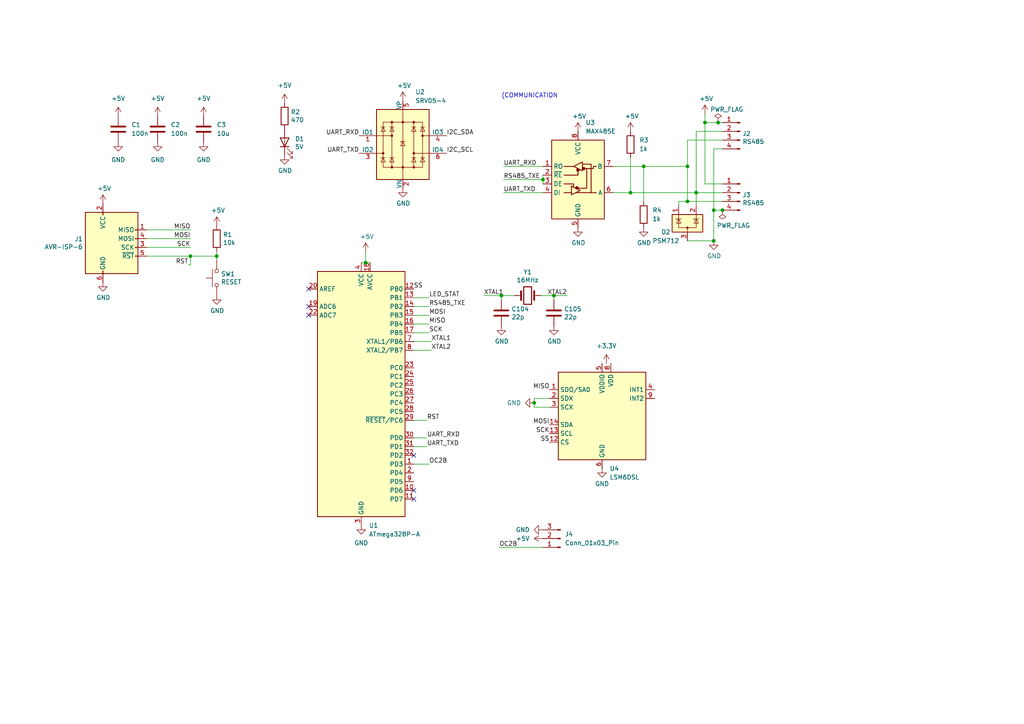
<source format=kicad_sch>
(kicad_sch (version 20230121) (generator eeschema)
  (paper "A4")
  (lib_symbols
    (symbol "Connector:AVR-ISP-6" (pin_names (offset 1.016))
      (property "Reference" "J" (at -6.35 11.43 0))
      (property "Value" "AVR-ISP-6" (at 0 11.43 0))
      (symbol "AVR-ISP-6_0_1"
        (rectangle (start -2.667 -6.858) (end -2.413 -7.62))
        (rectangle (start -2.667 10.16) (end -2.413 9.398))
        (rectangle (start 7.62 -2.413) (end 6.858 -2.667))
        (rectangle (start 7.62 0.127) (end 6.858 -0.127))
        (rectangle (start 7.62 2.667) (end 6.858 2.413))
        (rectangle (start 7.62 5.207) (end 6.858 4.953))
        (rectangle (start 7.62 10.16) (end -7.62 -7.62) (stroke (width 0.254)) (fill (type background)))
      )
      (symbol "AVR-ISP-6_1_1"
        (pin passive line (at 10.16 5.08 180) (length 2.54) (name "MISO") (number "1"))
        (pin passive line (at -2.54 12.7 270) (length 2.54) (name "VCC") (number "2"))
        (pin passive line (at 10.16 0 180) (length 2.54) (name "SCK") (number "3"))
        (pin passive line (at 10.16 2.54 180) (length 2.54) (name "MOSI") (number "4"))
        (pin passive line (at 10.16 -2.54 180) (length 2.54) (name "~{RST}") (number "5"))
        (pin passive line (at -2.54 -10.16 90) (length 2.54) (name "GND") (number "6"))
      )
    )
    (symbol "Connector:Conn_01x03_Pin" (pin_names (offset 1.016) hide)
      (property "Reference" "J" (at 0 5.08 0))
      (property "Value" "Conn_01x03_Pin" (at 0 -5.08 0))
      (symbol "Conn_01x03_Pin_1_1"
        (polyline (pts (xy 1.27 -2.54) (xy 0.8636 -2.54)) (stroke (width 0.1524)))
        (polyline (pts (xy 1.27 0) (xy 0.8636 0)) (stroke (width 0.1524)))
        (polyline (pts (xy 1.27 2.54) (xy 0.8636 2.54)) (stroke (width 0.1524)))
        (rectangle (start 0.8636 -2.413) (end 0 -2.667) (stroke (width 0.1524)) (fill (type outline)))
        (rectangle (start 0.8636 0.127) (end 0 -0.127) (stroke (width 0.1524)) (fill (type outline)))
        (rectangle (start 0.8636 2.667) (end 0 2.413) (stroke (width 0.1524)) (fill (type outline)))
        (pin passive line (at 5.08 2.54 180) (length 3.81) (name "Pin_1") (number "1"))
        (pin passive line (at 5.08 0 180) (length 3.81) (name "Pin_2") (number "2"))
        (pin passive line (at 5.08 -2.54 180) (length 3.81) (name "Pin_3") (number "3"))
      )
    )
    (symbol "Connector:Conn_01x04_Male" (pin_names (offset 1.016) hide)
      (property "Reference" "J" (at 0 5.08 0))
      (property "Value" "Conn_01x04_Male" (at 0 -7.62 0))
      (symbol "Conn_01x04_Male_1_1"
        (polyline (pts (xy 1.27 -5.08) (xy 0.8636 -5.08)) (stroke (width 0.1524)))
        (polyline (pts (xy 1.27 -2.54) (xy 0.8636 -2.54)) (stroke (width 0.1524)))
        (polyline (pts (xy 1.27 0) (xy 0.8636 0)) (stroke (width 0.1524)))
        (polyline (pts (xy 1.27 2.54) (xy 0.8636 2.54)) (stroke (width 0.1524)))
        (rectangle (start 0.8636 -4.953) (end 0 -5.207) (stroke (width 0.1524)) (fill (type outline)))
        (rectangle (start 0.8636 -2.413) (end 0 -2.667) (stroke (width 0.1524)) (fill (type outline)))
        (rectangle (start 0.8636 0.127) (end 0 -0.127) (stroke (width 0.1524)) (fill (type outline)))
        (rectangle (start 0.8636 2.667) (end 0 2.413) (stroke (width 0.1524)) (fill (type outline)))
        (pin passive line (at 5.08 2.54 180) (length 3.81) (name "Pin_1") (number "1"))
        (pin passive line (at 5.08 0 180) (length 3.81) (name "Pin_2") (number "2"))
        (pin passive line (at 5.08 -2.54 180) (length 3.81) (name "Pin_3") (number "3"))
        (pin passive line (at 5.08 -5.08 180) (length 3.81) (name "Pin_4") (number "4"))
      )
    )
    (symbol "Device:C" (pin_numbers hide) (pin_names (offset 0.254))
      (property "Reference" "C" (at 0.635 2.54 0))
      (property "Value" "C" (at 0.635 -2.54 0))
      (symbol "C_0_1"
        (polyline (pts (xy -2.032 -0.762) (xy 2.032 -0.762)) (stroke (width 0.508)))
        (polyline (pts (xy -2.032 0.762) (xy 2.032 0.762)) (stroke (width 0.508)))
      )
      (symbol "C_1_1"
        (pin passive line (at 0 3.81 270) (length 2.794) (name "~") (number "1"))
        (pin passive line (at 0 -3.81 90) (length 2.794) (name "~") (number "2"))
      )
    )
    (symbol "Device:Crystal" (pin_numbers hide) (pin_names (offset 1.016) hide)
      (property "Reference" "Y" (at 0 3.81 0))
      (property "Value" "Crystal" (at 0 -3.81 0))
      (symbol "Crystal_0_1"
        (rectangle (start -1.143 2.54) (end 1.143 -2.54) (stroke (width 0.3048)))
        (polyline (pts (xy -2.54 0) (xy -1.905 0)))
        (polyline (pts (xy -1.905 -1.27) (xy -1.905 1.27)) (stroke (width 0.508)))
        (polyline (pts (xy 1.905 -1.27) (xy 1.905 1.27)) (stroke (width 0.508)))
        (polyline (pts (xy 2.54 0) (xy 1.905 0)))
      )
      (symbol "Crystal_1_1"
        (pin passive line (at -3.81 0 0) (length 1.27) (name "1") (number "1"))
        (pin passive line (at 3.81 0 180) (length 1.27) (name "2") (number "2"))
      )
    )
    (symbol "Device:LED" (pin_numbers hide) (pin_names (offset 1.016) hide)
      (property "Reference" "D" (at 0 2.54 0))
      (property "Value" "LED" (at 0 -2.54 0))
      (symbol "LED_0_1"
        (polyline (pts (xy -1.27 -1.27) (xy -1.27 1.27)) (stroke (width 0.254)))
        (polyline (pts (xy -1.27 0) (xy 1.27 0)))
        (polyline (pts (xy 1.27 -1.27) (xy 1.27 1.27) (xy -1.27 0) (xy 1.27 -1.27)) (stroke (width 0.254)))
        (polyline (pts (xy -3.048 -0.762) (xy -4.572 -2.286) (xy -3.81 -2.286) (xy -4.572 -2.286) (xy -4.572 -1.524)))
        (polyline (pts (xy -1.778 -0.762) (xy -3.302 -2.286) (xy -2.54 -2.286) (xy -3.302 -2.286) (xy -3.302 -1.524)))
      )
      (symbol "LED_1_1"
        (pin passive line (at -3.81 0 0) (length 2.54) (name "K") (number "1"))
        (pin passive line (at 3.81 0 180) (length 2.54) (name "A") (number "2"))
      )
    )
    (symbol "Device:R" (pin_numbers hide) (pin_names (offset 0))
      (property "Reference" "R" (at 2.032 0 90))
      (property "Value" "R" (at 0 0 90))
      (symbol "R_0_1"
        (rectangle (start -1.016 -2.54) (end 1.016 2.54) (stroke (width 0.254)))
      )
      (symbol "R_1_1"
        (pin passive line (at 0 3.81 270) (length 1.27) (name "~") (number "1"))
        (pin passive line (at 0 -3.81 90) (length 1.27) (name "~") (number "2"))
      )
    )
    (symbol "Interface_UART:MAX485E"
      (property "Reference" "U" (at -6.096 11.43 0))
      (property "Value" "MAX485E" (at 0.762 11.43 0))
      (symbol "MAX485E_0_1"
        (rectangle (start -7.62 10.16) (end 7.62 -12.7) (stroke (width 0.254)) (fill (type background)))
        (circle (center -0.3048 -3.683) (radius 0.3556) (stroke (width 0.254)) (fill (type outline)))
        (circle (center -0.0254 1.4986) (radius 0.3556) (stroke (width 0.254)) (fill (type outline)))
        (polyline (pts (xy -4.064 -5.08) (xy -1.905 -5.08)) (stroke (width 0.254)))
        (polyline (pts (xy -4.064 2.54) (xy -1.27 2.54)) (stroke (width 0.254)))
        (polyline (pts (xy -1.27 -3.2004) (xy -1.27 -3.4544)) (stroke (width 0.254)))
        (polyline (pts (xy -0.635 -5.08) (xy 5.334 -5.08)) (stroke (width 0.254)))
        (polyline (pts (xy -4.064 -2.54) (xy -1.27 -2.54) (xy -1.27 -3.175)) (stroke (width 0.254)))
        (polyline (pts (xy 0 1.27) (xy 0 0) (xy -4.064 0)) (stroke (width 0.254)))
        (polyline (pts (xy 1.27 3.175) (xy 3.81 3.175) (xy 3.81 -5.08)) (stroke (width 0.254)))
        (polyline (pts (xy 2.54 1.905) (xy 2.54 -3.81) (xy 0 -3.81)) (stroke (width 0.254)))
        (polyline (pts (xy -1.905 -3.175) (xy -1.905 -5.715) (xy 0.635 -4.445) (xy -1.905 -3.175)) (stroke (width 0.254)))
        (polyline (pts (xy -1.27 2.54) (xy 1.27 3.81) (xy 1.27 1.27) (xy -1.27 2.54)) (stroke (width 0.254)))
        (polyline (pts (xy 1.905 1.905) (xy 4.445 1.905) (xy 4.445 2.54) (xy 5.334 2.54)) (stroke (width 0.254)))
        (rectangle (start 1.27 3.175) (end 1.27 3.175))
        (circle (center 1.651 1.905) (radius 0.3556) (stroke (width 0.254)) (fill (type outline)))
      )
      (symbol "MAX485E_1_1"
        (pin output line (at -10.16 2.54 0) (length 2.54) (name "RO") (number "1"))
        (pin input line (at -10.16 0 0) (length 2.54) (name "~{RE}") (number "2"))
        (pin input line (at -10.16 -2.54 0) (length 2.54) (name "DE") (number "3"))
        (pin input line (at -10.16 -5.08 0) (length 2.54) (name "DI") (number "4"))
        (pin power_in line (at 0 -15.24 90) (length 2.54) (name "GND") (number "5"))
        (pin bidirectional line (at 10.16 -5.08 180) (length 2.54) (name "A") (number "6"))
        (pin bidirectional line (at 10.16 2.54 180) (length 2.54) (name "B") (number "7"))
        (pin power_in line (at 0 12.7 270) (length 2.54) (name "VCC") (number "8"))
      )
    )
    (symbol "MCU_Microchip_ATmega:ATmega328P-A"
      (property "Reference" "U" (at -12.7 36.83 0))
      (property "Value" "ATmega328P-A" (at 2.54 -36.83 0))
      (symbol "ATmega328P-A_0_1"
        (rectangle (start -12.7 -35.56) (end 12.7 35.56) (stroke (width 0.254)) (fill (type background)))
      )
      (symbol "ATmega328P-A_1_1"
        (pin bidirectional line (at 15.24 -20.32 180) (length 2.54) (name "PD3") (number "1"))
        (pin bidirectional line (at 15.24 -27.94 180) (length 2.54) (name "PD6") (number "10"))
        (pin bidirectional line (at 15.24 -30.48 180) (length 2.54) (name "PD7") (number "11"))
        (pin bidirectional line (at 15.24 30.48 180) (length 2.54) (name "PB0") (number "12"))
        (pin bidirectional line (at 15.24 27.94 180) (length 2.54) (name "PB1") (number "13"))
        (pin bidirectional line (at 15.24 25.4 180) (length 2.54) (name "PB2") (number "14"))
        (pin bidirectional line (at 15.24 22.86 180) (length 2.54) (name "PB3") (number "15"))
        (pin bidirectional line (at 15.24 20.32 180) (length 2.54) (name "PB4") (number "16"))
        (pin bidirectional line (at 15.24 17.78 180) (length 2.54) (name "PB5") (number "17"))
        (pin power_in line (at 2.54 38.1 270) (length 2.54) (name "AVCC") (number "18"))
        (pin input line (at -15.24 25.4 0) (length 2.54) (name "ADC6") (number "19"))
        (pin bidirectional line (at 15.24 -22.86 180) (length 2.54) (name "PD4") (number "2"))
        (pin passive line (at -15.24 30.48 0) (length 2.54) (name "AREF") (number "20"))
        (pin passive line (at 0 -38.1 90) (length 2.54) hide (name "GND") (number "21"))
        (pin input line (at -15.24 22.86 0) (length 2.54) (name "ADC7") (number "22"))
        (pin bidirectional line (at 15.24 7.62 180) (length 2.54) (name "PC0") (number "23"))
        (pin bidirectional line (at 15.24 5.08 180) (length 2.54) (name "PC1") (number "24"))
        (pin bidirectional line (at 15.24 2.54 180) (length 2.54) (name "PC2") (number "25"))
        (pin bidirectional line (at 15.24 0 180) (length 2.54) (name "PC3") (number "26"))
        (pin bidirectional line (at 15.24 -2.54 180) (length 2.54) (name "PC4") (number "27"))
        (pin bidirectional line (at 15.24 -5.08 180) (length 2.54) (name "PC5") (number "28"))
        (pin bidirectional line (at 15.24 -7.62 180) (length 2.54) (name "~{RESET}/PC6") (number "29"))
        (pin power_in line (at 0 -38.1 90) (length 2.54) (name "GND") (number "3"))
        (pin bidirectional line (at 15.24 -12.7 180) (length 2.54) (name "PD0") (number "30"))
        (pin bidirectional line (at 15.24 -15.24 180) (length 2.54) (name "PD1") (number "31"))
        (pin bidirectional line (at 15.24 -17.78 180) (length 2.54) (name "PD2") (number "32"))
        (pin power_in line (at 0 38.1 270) (length 2.54) (name "VCC") (number "4"))
        (pin passive line (at 0 -38.1 90) (length 2.54) hide (name "GND") (number "5"))
        (pin passive line (at 0 38.1 270) (length 2.54) hide (name "VCC") (number "6"))
        (pin bidirectional line (at 15.24 15.24 180) (length 2.54) (name "XTAL1/PB6") (number "7"))
        (pin bidirectional line (at 15.24 12.7 180) (length 2.54) (name "XTAL2/PB7") (number "8"))
        (pin bidirectional line (at 15.24 -25.4 180) (length 2.54) (name "PD5") (number "9"))
      )
    )
    (symbol "Power_Protection:SP0502BAHT" (pin_names hide)
      (property "Reference" "D" (at 5.715 2.54 0))
      (property "Value" "SP0502BAHT" (at 5.715 0.635 0))
      (symbol "SP0502BAHT_0_0"
        (pin passive line (at 0 -5.08 90) (length 2.54) (name "A") (number "3"))
      )
      (symbol "SP0502BAHT_0_1"
        (rectangle (start -4.445 2.54) (end 4.445 -2.54) (stroke (width 0.254)) (fill (type background)))
        (circle (center 0 -1.27) (radius 0.254) (fill (type outline)))
        (polyline (pts (xy -2.54 2.54) (xy -2.54 1.27)))
        (polyline (pts (xy 0 -1.27) (xy 0 -2.54)))
        (polyline (pts (xy 2.54 2.54) (xy 2.54 1.27)))
        (polyline (pts (xy -3.302 1.016) (xy -3.302 1.27) (xy -1.905 1.27) (xy -1.778 1.27)))
        (polyline (pts (xy -2.54 1.27) (xy -2.54 -1.27) (xy 2.54 -1.27) (xy 2.54 1.27)))
        (polyline (pts (xy -2.54 1.27) (xy -1.905 0) (xy -3.175 0) (xy -2.54 1.27)))
        (polyline (pts (xy 1.778 1.016) (xy 1.778 1.27) (xy 3.175 1.27) (xy 3.302 1.27)))
        (polyline (pts (xy 2.54 1.27) (xy 1.905 0) (xy 3.175 0) (xy 2.54 1.27)))
      )
      (symbol "SP0502BAHT_1_1"
        (pin passive line (at -2.54 5.08 270) (length 2.54) (name "K") (number "1"))
        (pin passive line (at 2.54 5.08 270) (length 2.54) (name "K") (number "2"))
      )
    )
    (symbol "Power_Protection:SRV05-4" (pin_names (offset 0))
      (property "Reference" "U" (at -5.08 11.43 0))
      (property "Value" "SRV05-4" (at 2.54 11.43 0))
      (symbol "SRV05-4_0_0"
        (rectangle (start -5.715 6.477) (end 5.715 -6.604))
        (polyline (pts (xy -3.175 -6.604) (xy -3.175 6.477)))
        (polyline (pts (xy 3.175 6.477) (xy 3.175 -6.604)))
      )
      (symbol "SRV05-4_0_1"
        (rectangle (start -7.62 10.16) (end 7.62 -10.16) (stroke (width 0.254)) (fill (type background)))
        (circle (center -5.715 -2.54) (radius 0.2794) (fill (type outline)))
        (circle (center -3.175 -6.604) (radius 0.2794) (fill (type outline)))
        (circle (center -3.175 2.54) (radius 0.2794) (fill (type outline)))
        (circle (center -3.175 6.477) (radius 0.2794) (fill (type outline)))
        (circle (center 0 -6.604) (radius 0.2794) (fill (type outline)))
        (polyline (pts (xy -7.747 2.54) (xy -3.175 2.54)))
        (polyline (pts (xy -7.62 -2.54) (xy -5.715 -2.54)))
        (polyline (pts (xy -5.08 -3.81) (xy -6.35 -3.81)))
        (polyline (pts (xy -5.08 5.08) (xy -6.35 5.08)))
        (polyline (pts (xy -2.54 -3.81) (xy -3.81 -3.81)))
        (polyline (pts (xy -2.54 5.08) (xy -3.81 5.08)))
        (polyline (pts (xy 0 10.16) (xy 0 -10.16)))
        (polyline (pts (xy 3.81 -3.81) (xy 2.54 -3.81)))
        (polyline (pts (xy 3.81 5.08) (xy 2.54 5.08)))
        (polyline (pts (xy 6.35 -3.81) (xy 5.08 -3.81)))
        (polyline (pts (xy 6.35 5.08) (xy 5.08 5.08)))
        (polyline (pts (xy 7.62 -2.54) (xy 3.175 -2.54)))
        (polyline (pts (xy 7.62 2.54) (xy 5.715 2.54)))
        (polyline (pts (xy 0.635 0.889) (xy -0.635 0.889) (xy -0.635 0.635)))
        (polyline (pts (xy -5.08 -5.08) (xy -6.35 -5.08) (xy -5.715 -3.81) (xy -5.08 -5.08)))
        (polyline (pts (xy -5.08 3.81) (xy -6.35 3.81) (xy -5.715 5.08) (xy -5.08 3.81)))
        (polyline (pts (xy -2.54 -5.08) (xy -3.81 -5.08) (xy -3.175 -3.81) (xy -2.54 -5.08)))
        (polyline (pts (xy -2.54 3.81) (xy -3.81 3.81) (xy -3.175 5.08) (xy -2.54 3.81)))
        (polyline (pts (xy 0.635 -0.381) (xy -0.635 -0.381) (xy 0 0.889) (xy 0.635 -0.381)))
        (polyline (pts (xy 3.81 -5.08) (xy 2.54 -5.08) (xy 3.175 -3.81) (xy 3.81 -5.08)))
        (polyline (pts (xy 3.81 3.81) (xy 2.54 3.81) (xy 3.175 5.08) (xy 3.81 3.81)))
        (polyline (pts (xy 6.35 -5.08) (xy 5.08 -5.08) (xy 5.715 -3.81) (xy 6.35 -5.08)))
        (polyline (pts (xy 6.35 3.81) (xy 5.08 3.81) (xy 5.715 5.08) (xy 6.35 3.81)))
        (circle (center 0 6.477) (radius 0.2794) (fill (type outline)))
        (circle (center 3.175 -6.604) (radius 0.2794) (fill (type outline)))
        (circle (center 3.175 -2.54) (radius 0.2794) (fill (type outline)))
        (circle (center 3.175 6.477) (radius 0.2794) (fill (type outline)))
        (circle (center 5.715 2.54) (radius 0.2794) (fill (type outline)))
      )
      (symbol "SRV05-4_1_1"
        (pin passive line (at -12.7 2.54 0) (length 5.08) (name "IO1") (number "1"))
        (pin passive line (at 0 -12.7 90) (length 2.54) (name "VN") (number "2"))
        (pin passive line (at -12.7 -2.54 0) (length 5.08) (name "IO2") (number "3"))
        (pin passive line (at 12.7 2.54 180) (length 5.08) (name "IO3") (number "4"))
        (pin passive line (at 0 12.7 270) (length 2.54) (name "VP") (number "5"))
        (pin passive line (at 12.7 -2.54 180) (length 5.08) (name "IO4") (number "6"))
      )
    )
    (symbol "Sensor_Motion:LSM6DSL"
      (property "Reference" "U" (at -11.43 15.24 0))
      (property "Value" "LSM6DSL" (at -11.43 12.7 0))
      (symbol "LSM6DSL_0_1"
        (rectangle (start -12.7 12.7) (end 12.7 -12.7) (stroke (width 0.254)) (fill (type background)))
      )
      (symbol "LSM6DSL_1_1"
        (pin bidirectional line (at -15.24 7.62 0) (length 2.54) (name "SDO/SA0") (number "1"))
        (pin no_connect line (at 12.7 -5.08 180) (length 3.81) hide (name "NC") (number "10"))
        (pin no_connect line (at 12.7 -2.54 180) (length 3.81) hide (name "NC") (number "11"))
        (pin input line (at -15.24 -7.62 0) (length 2.54) (name "CS") (number "12"))
        (pin input line (at -15.24 -5.08 0) (length 2.54) (name "SCL") (number "13"))
        (pin bidirectional line (at -15.24 -2.54 0) (length 2.54) (name "SDA") (number "14"))
        (pin bidirectional line (at -15.24 5.08 0) (length 2.54) (name "SDX") (number "2"))
        (pin input line (at -15.24 2.54 0) (length 2.54) (name "SCX") (number "3"))
        (pin output line (at 15.24 7.62 180) (length 2.54) (name "INT1") (number "4"))
        (pin power_in line (at 0 15.24 270) (length 2.54) (name "VDDIO") (number "5"))
        (pin power_in line (at 0 -15.24 90) (length 2.54) (name "GND") (number "6"))
        (pin passive line (at 0 -15.24 90) (length 2.54) hide (name "GND") (number "7"))
        (pin power_in line (at 2.54 15.24 270) (length 2.54) (name "VDD") (number "8"))
        (pin output line (at 15.24 5.08 180) (length 2.54) (name "INT2") (number "9"))
      )
    )
    (symbol "Switch:SW_Push" (pin_numbers hide) (pin_names (offset 1.016) hide)
      (property "Reference" "SW" (at 1.27 2.54 0))
      (property "Value" "SW_Push" (at 0 -1.524 0))
      (symbol "SW_Push_0_1"
        (circle (center -2.032 0) (radius 0.508))
        (polyline (pts (xy 0 1.27) (xy 0 3.048)))
        (polyline (pts (xy 2.54 1.27) (xy -2.54 1.27)))
        (circle (center 2.032 0) (radius 0.508))
        (pin passive line (at -5.08 0 0) (length 2.54) (name "1") (number "1"))
        (pin passive line (at 5.08 0 180) (length 2.54) (name "2") (number "2"))
      )
    )
    (symbol "power:+3.3V" (power) (pin_names (offset 0))
      (property "Value" "+3.3V" (at 0 3.556 0))
      (symbol "+3.3V_0_1"
        (polyline (pts (xy -0.762 1.27) (xy 0 2.54)))
        (polyline (pts (xy 0 0) (xy 0 2.54)))
        (polyline (pts (xy 0 2.54) (xy 0.762 1.27)))
      )
      (symbol "+3.3V_1_1"
        (pin power_in line (at 0 0 90) (length 0) hide (name "+3.3V") (number "1"))
      )
    )
    (symbol "power:+5V" (power) (pin_names (offset 0))
      (property "Value" "+5V" (at 0 3.556 0))
      (symbol "+5V_0_1"
        (polyline (pts (xy -0.762 1.27) (xy 0 2.54)))
        (polyline (pts (xy 0 0) (xy 0 2.54)))
        (polyline (pts (xy 0 2.54) (xy 0.762 1.27)))
      )
      (symbol "+5V_1_1"
        (pin power_in line (at 0 0 90) (length 0) hide (name "+5V") (number "1"))
      )
    )
    (symbol "power:GND" (power) (pin_names (offset 0))
      (property "Value" "GND" (at 0 -3.81 0))
      (symbol "GND_0_1"
        (polyline (pts (xy 0 0) (xy 0 -1.27) (xy 1.27 -1.27) (xy 0 -2.54) (xy -1.27 -1.27) (xy 0 -1.27)))
      )
      (symbol "GND_1_1"
        (pin power_in line (at 0 0 270) (length 0) hide (name "GND") (number "1"))
      )
    )
    (symbol "power:PWR_FLAG" (power) (pin_numbers hide) (pin_names (offset 0) hide)
      (property "Value" "PWR_FLAG" (at 0 3.81 0))
      (symbol "PWR_FLAG_0_0"
        (pin power_out line (at 0 0 90) (length 0) (name "pwr") (number "1"))
      )
      (symbol "PWR_FLAG_0_1"
        (polyline (pts (xy 0 0) (xy 0 1.27) (xy -1.016 1.905) (xy 0 2.54) (xy 1.016 1.905) (xy 0 1.27)))
      )
    )
  )
  (junction (at 55.245 74.295))
  (junction (at 207.01 60.96))
  (junction (at 199.39 58.42))
  (junction (at 106.045 76.2))
  (junction (at 209.55 60.96))
  (junction (at 199.39 48.26))
  (junction (at 186.69 48.26))
  (junction (at 208.28 35.56))
  (junction (at 160.655 85.725))
  (junction (at 207.01 69.85))
  (junction (at 201.93 55.88))
  (junction (at 204.47 35.56))
  (junction (at 145.415 85.725))
  (junction (at 62.865 74.295))
  (junction (at 182.88 55.88))
  (junction (at 154.94 116.84))
  (junction (at 157.48 52.07))
  (no_connect (at 89.535 83.82))
  (no_connect (at 89.535 88.9))
  (no_connect (at 120.015 144.78))
  (no_connect (at 120.015 132.08))
  (no_connect (at 120.015 142.24))
  (no_connect (at 89.535 91.44))
  (wire (pts (xy 62.865 74.295) (xy 62.865 75.565)))
  (wire (pts (xy 177.8 55.88) (xy 182.88 55.88)))
  (wire (pts (xy 207.01 43.18) (xy 207.01 60.96)))
  (wire (pts (xy 42.545 66.675) (xy 55.245 66.675)))
  (wire (pts (xy 55.245 76.835) (xy 55.245 74.295)))
  (wire (pts (xy 182.88 45.72) (xy 182.88 55.88)))
  (wire (pts (xy 154.94 115.57) (xy 154.94 116.84)))
  (wire (pts (xy 123.825 127) (xy 120.015 127)))
  (wire (pts (xy 42.545 71.755) (xy 55.245 71.755)))
  (wire (pts (xy 204.47 35.56) (xy 204.47 53.34)))
  (wire (pts (xy 199.39 58.42) (xy 209.55 58.42)))
  (wire (pts (xy 204.47 35.56) (xy 208.28 35.56)))
  (wire (pts (xy 209.55 38.1) (xy 201.93 38.1)))
  (wire (pts (xy 209.55 53.34) (xy 204.47 53.34)))
  (wire (pts (xy 186.69 48.26) (xy 186.69 58.42)))
  (wire (pts (xy 204.47 33.02) (xy 204.47 35.56)))
  (wire (pts (xy 125.095 99.06) (xy 120.015 99.06)))
  (wire (pts (xy 199.39 58.42) (xy 196.85 58.42)))
  (wire (pts (xy 124.46 96.52) (xy 120.015 96.52)))
  (wire (pts (xy 199.39 69.85) (xy 207.01 69.85)))
  (wire (pts (xy 62.865 74.295) (xy 62.865 73.025)))
  (wire (pts (xy 160.655 86.995) (xy 160.655 85.725)))
  (wire (pts (xy 201.93 38.1) (xy 201.93 55.88)))
  (wire (pts (xy 120.015 134.62) (xy 124.46 134.62)))
  (wire (pts (xy 154.94 118.11) (xy 154.94 116.84)))
  (wire (pts (xy 208.28 35.56) (xy 209.55 35.56)))
  (wire (pts (xy 54.61 76.835) (xy 55.245 76.835)))
  (wire (pts (xy 201.93 55.88) (xy 201.93 59.69)))
  (wire (pts (xy 106.045 76.2) (xy 107.315 76.2)))
  (wire (pts (xy 42.545 74.295) (xy 55.245 74.295)))
  (wire (pts (xy 144.78 158.75) (xy 157.48 158.75)))
  (wire (pts (xy 160.655 85.725) (xy 164.465 85.725)))
  (wire (pts (xy 146.05 55.88) (xy 157.48 55.88)))
  (wire (pts (xy 182.88 55.88) (xy 201.93 55.88)))
  (wire (pts (xy 124.46 93.98) (xy 120.015 93.98)))
  (wire (pts (xy 207.01 60.96) (xy 207.01 69.85)))
  (wire (pts (xy 209.55 43.18) (xy 207.01 43.18)))
  (wire (pts (xy 196.85 58.42) (xy 196.85 59.69)))
  (wire (pts (xy 159.385 118.11) (xy 154.94 118.11)))
  (wire (pts (xy 159.385 115.57) (xy 154.94 115.57)))
  (wire (pts (xy 145.415 85.725) (xy 140.335 85.725)))
  (wire (pts (xy 160.655 85.725) (xy 156.845 85.725)))
  (wire (pts (xy 207.01 60.96) (xy 209.55 60.96)))
  (wire (pts (xy 123.825 121.92) (xy 120.015 121.92)))
  (wire (pts (xy 123.825 129.54) (xy 120.015 129.54)))
  (wire (pts (xy 55.245 74.295) (xy 62.865 74.295)))
  (wire (pts (xy 106.045 73.025) (xy 106.045 76.2)))
  (wire (pts (xy 42.545 69.215) (xy 55.245 69.215)))
  (wire (pts (xy 157.48 50.8) (xy 157.48 52.07)))
  (wire (pts (xy 149.225 85.725) (xy 145.415 85.725)))
  (wire (pts (xy 124.46 91.44) (xy 120.015 91.44)))
  (wire (pts (xy 201.93 55.88) (xy 209.55 55.88)))
  (wire (pts (xy 125.095 101.6) (xy 120.015 101.6)))
  (wire (pts (xy 199.39 48.26) (xy 199.39 58.42)))
  (wire (pts (xy 145.415 85.725) (xy 145.415 86.995)))
  (wire (pts (xy 146.05 48.26) (xy 157.48 48.26)))
  (wire (pts (xy 157.48 52.07) (xy 157.48 53.34)))
  (wire (pts (xy 177.8 48.26) (xy 186.69 48.26)))
  (wire (pts (xy 186.69 48.26) (xy 199.39 48.26)))
  (wire (pts (xy 146.05 52.07) (xy 157.48 52.07)))
  (wire (pts (xy 124.46 86.36) (xy 120.015 86.36)))
  (wire (pts (xy 209.55 40.64) (xy 199.39 40.64)))
  (wire (pts (xy 104.775 76.2) (xy 106.045 76.2)))
  (wire (pts (xy 199.39 40.64) (xy 199.39 48.26)))
  (wire (pts (xy 124.46 88.9) (xy 120.015 88.9)))
  (text "(COMMUNICATION" (at 145.415 28.575 0) (effects (font (size 1.27 1.27)) (justify left bottom)))
  (label "XTAL2" (at 125.095 101.6 0))
  (label "SS" (at 120.015 83.82 0))
  (label "MOSI" (at 124.46 91.44 0))
  (label "UART_RXD" (at 123.825 127 0))
  (label "OC2B" (at 124.46 134.62 0))
  (label "RST" (at 123.825 121.92 0))
  (label "MISO" (at 159.385 113.03 180))
  (label "I2C_SDA" (at 129.54 39.37 0))
  (label "XTAL2" (at 164.465 85.725 180))
  (label "MOSI" (at 55.245 69.215 180))
  (label "SS" (at 159.385 128.27 180))
  (label "UART_TXD" (at 104.14 44.45 180))
  (label "XTAL1" (at 125.095 99.06 0))
  (label "LED_STAT" (at 124.46 86.36 0))
  (label "RS485_TXE" (at 124.46 88.9 0))
  (label "UART_TXD" (at 146.05 55.88 0))
  (label "UART_RXD" (at 104.14 39.37 180))
  (label "MOSI" (at 159.385 123.19 180))
  (label "UART_TXD" (at 123.825 129.54 0))
  (label "XTAL1" (at 140.335 85.725 0))
  (label "SCK" (at 55.245 71.755 180))
  (label "RST" (at 54.61 76.835 180))
  (label "UART_RXD" (at 146.05 48.26 0))
  (label "MISO" (at 55.245 66.675 180))
  (label "RS485_TXE" (at 146.05 52.07 0))
  (label "OC2B" (at 144.78 158.75 0))
  (label "I2C_SCL" (at 129.54 44.45 0))
  (label "SCK" (at 159.385 125.73 180))
  (label "SCK" (at 124.46 96.52 0))
  (label "MISO" (at 124.46 93.98 0))
  (symbol (lib_id "power:GND") (at 45.72 41.275 0) (unit 1)
    (property "Reference" "#PWR0105" (effects hide))
    (property "Value" "GND" (at 45.72 46.355 0))
  )
  (symbol (lib_id "Device:C") (at 34.29 37.465 0) (unit 1)
    (property "Reference" "C1" (at 38.1 36.195 0) (effects (justify left)))
    (property "Value" "100n" (at 38.1 38.735 0) (effects (justify left)))
    (property "Footprint" "Capacitor_SMD:C_0603_1608Metric" (effects hide))
    (property "LCSC" "C14663" (effects hide))
  )
  (symbol (lib_id "Power_Protection:SRV05-4") (at 116.84 41.91 0) (unit 1)
    (property "Reference" "U2" (at 120.4661 26.67 0) (effects (justify left)))
    (property "Value" "SRV05-4" (at 120.4661 29.21 0) (effects (justify left)))
    (property "Footprint" "Package_TO_SOT_SMD:SOT-23-6" (effects hide))
    (property "Datasheet" "http://www.onsemi.com/pub/Collateral/SRV05-4-D.PDF" (effects hide))
    (property "LCSC" "C20615829" (effects hide))
  )
  (symbol (lib_id "power:GND") (at 207.01 69.85 0) (unit 1)
    (property "Reference" "#PWR0117" (effects hide))
    (property "Value" "GND" (at 207.137 74.2442 0))
  )
  (symbol (lib_id "Connector:Conn_01x04_Male") (at 214.63 38.1 0) (mirror y) (unit 1)
    (property "Reference" "J2" (at 215.3412 38.7604 0) (effects (justify right)))
    (property "Value" "RS485" (at 215.3412 41.0718 0) (effects (justify right)))
    (property "Footprint" "Connector_Molex:Molex_KK-254_AE-6410-04A_1x04_P2.54mm_Vertical" (effects hide))
  )
  (symbol (lib_id "power:GND") (at 29.845 81.915 0) (unit 1)
    (property "Reference" "#PWR0118" (effects hide))
    (property "Value" "GND" (at 29.972 86.3092 0))
  )
  (symbol (lib_id "Connector:Conn_01x03_Pin") (at 162.56 156.21 180) (unit 1)
    (property "Reference" "J4" (at 163.83 154.94 0) (effects (justify right)))
    (property "Value" "Conn_01x03_Pin" (at 163.83 157.48 0) (effects (justify right)))
    (property "Footprint" "Connector_Molex:Molex_KK-254_AE-6410-03A_1x03_P2.54mm_Vertical" (effects hide))
  )
  (symbol (lib_id "power:GND") (at 157.48 153.67 270) (unit 1)
    (property "Reference" "#PWR07" (effects hide))
    (property "Value" "GND" (at 153.67 153.67 90) (effects (justify right)))
  )
  (symbol (lib_id "power:GND") (at 62.865 85.725 0) (unit 1)
    (property "Reference" "#PWR0120" (effects hide))
    (property "Value" "GND" (at 62.992 90.1192 0))
  )
  (symbol (lib_id "Sensor_Motion:LSM6DSL") (at 174.625 120.65 0) (unit 1)
    (property "Reference" "U4" (at 176.8191 135.89 0) (effects (justify left)))
    (property "Value" "LSM6DSL" (at 176.8191 138.43 0) (effects (justify left)))
    (property "Footprint" "Package_LGA:LGA-14_3x2.5mm_P0.5mm_LayoutBorder3x4y" (effects hide))
    (property "Datasheet" "https://www.st.com/resource/en/datasheet/lsm6dsl.pdf" (effects hide))
  )
  (symbol (lib_id "Device:C") (at 59.055 37.465 0) (unit 1)
    (property "Reference" "C3" (at 62.865 36.195 0) (effects (justify left)))
    (property "Value" "10u" (at 62.865 38.735 0) (effects (justify left)))
    (property "Footprint" "Capacitor_SMD:C_0603_1608Metric" (effects hide))
    (property "LCSC" "C19702" (effects hide))
  )
  (symbol (lib_id "Device:R") (at 182.88 41.91 0) (unit 1)
    (property "Reference" "R3" (at 185.42 40.64 0) (effects (justify left)))
    (property "Value" "1k" (at 185.42 43.18 0) (effects (justify left)))
    (property "Footprint" "Resistor_SMD:R_0402_1005Metric" (effects hide))
    (property "LCSC" "C11702" (effects hide))
  )
  (symbol (lib_id "Device:LED") (at 82.55 41.275 90) (unit 1)
    (property "Reference" "D1" (at 85.5472 40.2844 90) (effects (justify right)))
    (property "Value" "5V" (at 85.5472 42.5958 90) (effects (justify right)))
    (property "Footprint" "LED_SMD:LED_0603_1608Metric" (effects hide))
    (property "LCSC" "C2286" (effects hide))
  )
  (symbol (lib_id "Device:R") (at 62.865 69.215 0) (unit 1)
    (property "Reference" "R1" (at 64.643 68.0466 0) (effects (justify left)))
    (property "Value" "10k" (at 64.643 70.358 0) (effects (justify left)))
    (property "Footprint" "Resistor_SMD:R_0402_1005Metric" (effects hide))
    (property "LCSC" "C25744" (effects hide))
  )
  (symbol (lib_id "power:GND") (at 104.775 152.4 0) (unit 1)
    (property "Reference" "#PWR02" (effects hide))
    (property "Value" "GND" (at 104.775 157.48 0))
  )
  (symbol (lib_id "power:GND") (at 154.94 116.84 270) (unit 1)
    (property "Reference" "#PWR04" (effects hide))
    (property "Value" "GND" (at 151.13 116.84 90) (effects (justify right)))
  )
  (symbol (lib_id "power:+5V") (at 106.045 73.025 0) (unit 1)
    (property "Reference" "#PWR01" (effects hide))
    (property "Value" "+5V" (at 106.426 68.6308 0))
  )
  (symbol (lib_id "Interface_UART:MAX485E") (at 167.64 50.8 0) (unit 1)
    (property "Reference" "U3" (at 169.8341 35.56 0) (effects (justify left)))
    (property "Value" "MAX485E" (at 169.8341 38.1 0) (effects (justify left)))
    (property "Footprint" "Package_SO:SOIC-8_3.9x4.9mm_P1.27mm" (effects hide))
    (property "Datasheet" "https://datasheets.maximintegrated.com/en/ds/MAX1487E-MAX491E.pdf" (effects hide))
    (property "LCSC" "C6855" (effects hide))
  )
  (symbol (lib_id "power:GND") (at 167.64 66.04 0) (unit 1)
    (property "Reference" "#PWR0113" (effects hide))
    (property "Value" "GND" (at 167.767 70.4342 0))
  )
  (symbol (lib_id "power:GND") (at 174.625 135.89 0) (unit 1)
    (property "Reference" "#PWR05" (effects hide))
    (property "Value" "GND" (at 174.625 140.335 0))
  )
  (symbol (lib_id "power:+5V") (at 34.29 33.655 0) (unit 1)
    (property "Reference" "#PWR0101" (effects hide))
    (property "Value" "+5V" (at 34.29 28.575 0))
  )
  (symbol (lib_id "power:+3.3V") (at 175.895 105.41 0) (unit 1)
    (property "Reference" "#PWR03" (effects hide))
    (property "Value" "+3.3V" (at 175.895 100.33 0))
  )
  (symbol (lib_id "power:+5V") (at 62.865 65.405 0) (unit 1)
    (property "Reference" "#PWR0119" (effects hide))
    (property "Value" "+5V" (at 63.246 61.0108 0))
  )
  (symbol (lib_id "Device:R") (at 186.69 62.23 0) (unit 1)
    (property "Reference" "R4" (at 189.23 60.96 0) (effects (justify left)))
    (property "Value" "1k" (at 189.23 63.5 0) (effects (justify left)))
    (property "Footprint" "Resistor_SMD:R_0402_1005Metric" (effects hide))
    (property "LCSC" "C11702" (effects hide))
  )
  (symbol (lib_id "power:+5V") (at 82.55 29.845 0) (unit 1)
    (property "Reference" "#PWR0108" (effects hide))
    (property "Value" "+5V" (at 82.55 24.765 0))
  )
  (symbol (lib_id "Device:C") (at 160.655 90.805 0) (unit 1)
    (property "Reference" "C105" (at 163.576 89.6366 0) (effects (justify left)))
    (property "Value" "22p" (at 163.576 91.948 0) (effects (justify left)))
    (property "Footprint" "Capacitor_SMD:C_0603_1608Metric" (effects hide))
    (property "LCSC" "C1653" (effects hide))
  )
  (symbol (lib_id "power:PWR_FLAG") (at 208.28 35.56 0) (unit 1)
    (property "Reference" "#FLG0101" (effects hide))
    (property "Value" "PWR_FLAG" (at 210.82 31.75 0))
  )
  (symbol (lib_id "power:PWR_FLAG") (at 209.55 60.96 180) (unit 1)
    (property "Reference" "#FLG0102" (effects hide))
    (property "Value" "PWR_FLAG" (at 212.725 65.405 0))
  )
  (symbol (lib_id "power:+5V") (at 116.84 29.21 0) (unit 1)
    (property "Reference" "#PWR0110" (effects hide))
    (property "Value" "+5V" (at 117.221 24.8158 0))
  )
  (symbol (lib_id "power:+5V") (at 59.055 33.655 0) (unit 1)
    (property "Reference" "#PWR0106" (effects hide))
    (property "Value" "+5V" (at 59.055 28.575 0))
  )
  (symbol (lib_id "power:GND") (at 145.415 94.615 0) (unit 1)
    (property "Reference" "#PWR0121" (effects hide))
    (property "Value" "GND" (at 145.542 99.0092 0))
  )
  (symbol (lib_id "Device:R") (at 82.55 33.655 0) (unit 1)
    (property "Reference" "R2" (at 84.328 32.4866 0) (effects (justify left)))
    (property "Value" "470" (at 84.328 34.798 0) (effects (justify left)))
    (property "Footprint" "Resistor_SMD:R_0805_2012Metric" (effects hide))
    (property "LCSC" "C17655" (effects hide))
  )
  (symbol (lib_id "power:+5V") (at 167.64 38.1 0) (unit 1)
    (property "Reference" "#PWR0112" (effects hide))
    (property "Value" "+5V" (at 168.021 33.7058 0))
  )
  (symbol (lib_id "Connector:Conn_01x04_Male") (at 214.63 55.88 0) (mirror y) (unit 1)
    (property "Reference" "J3" (at 215.3412 56.5404 0) (effects (justify right)))
    (property "Value" "RS485" (at 215.3412 58.8518 0) (effects (justify right)))
    (property "Footprint" "Connector_Molex:Molex_KK-254_AE-6410-04A_1x04_P2.54mm_Vertical" (effects hide))
  )
  (symbol (lib_id "power:GND") (at 82.55 45.085 0) (unit 1)
    (property "Reference" "#PWR0109" (effects hide))
    (property "Value" "GND" (at 82.677 49.4792 0))
  )
  (symbol (lib_id "power:GND") (at 116.84 54.61 0) (unit 1)
    (property "Reference" "#PWR0111" (effects hide))
    (property "Value" "GND" (at 116.967 59.0042 0))
  )
  (symbol (lib_id "power:+5V") (at 45.72 33.655 0) (unit 1)
    (property "Reference" "#PWR0104" (effects hide))
    (property "Value" "+5V" (at 45.72 28.575 0))
  )
  (symbol (lib_id "power:+5V") (at 204.47 33.02 0) (unit 1)
    (property "Reference" "#PWR0116" (effects hide))
    (property "Value" "+5V" (at 204.851 28.6258 0))
  )
  (symbol (lib_id "Switch:SW_Push") (at 62.865 80.645 90) (unit 1)
    (property "Reference" "SW1" (at 64.0842 79.4766 90) (effects (justify right)))
    (property "Value" "RESET" (at 64.0842 81.788 90) (effects (justify right)))
    (property "Footprint" "_library:TS-1187A-B-A-B" (effects hide))
  )
  (symbol (lib_id "power:GND") (at 59.055 41.275 0) (unit 1)
    (property "Reference" "#PWR0107" (effects hide))
    (property "Value" "GND" (at 59.055 46.355 0))
  )
  (symbol (lib_id "power:GND") (at 34.29 41.275 0) (unit 1)
    (property "Reference" "#PWR0102" (effects hide))
    (property "Value" "GND" (at 34.29 46.355 0))
  )
  (symbol (lib_id "power:GND") (at 160.655 94.615 0) (unit 1)
    (property "Reference" "#PWR0122" (effects hide))
    (property "Value" "GND" (at 160.782 99.0092 0))
  )
  (symbol (lib_id "power:+5V") (at 182.88 38.1 0) (unit 1)
    (property "Reference" "#PWR0114" (effects hide))
    (property "Value" "+5V" (at 183.261 33.7058 0))
  )
  (symbol (lib_id "Device:C") (at 45.72 37.465 0) (unit 1)
    (property "Reference" "C2" (at 49.53 36.195 0) (effects (justify left)))
    (property "Value" "100n" (at 49.53 38.735 0) (effects (justify left)))
    (property "Footprint" "Capacitor_SMD:C_0603_1608Metric" (effects hide))
    (property "LCSC" "C14663" (effects hide))
  )
  (symbol (lib_id "power:+5V") (at 157.48 156.21 90) (unit 1)
    (property "Reference" "#PWR08" (effects hide))
    (property "Value" "+5V" (at 153.67 156.21 90) (effects (justify left)))
  )
  (symbol (lib_id "Device:Crystal") (at 153.035 85.725 0) (unit 1)
    (property "Reference" "Y1" (at 153.035 78.9178 0))
    (property "Value" "16MHz" (at 153.035 81.2292 0))
    (property "Footprint" "_library:HC-49S-SMD-2P-Mini" (effects hide))
    (property "LCSC" "C2975359" (effects hide))
  )
  (symbol (lib_id "MCU_Microchip_ATmega:ATmega328P-A") (at 104.775 114.3 0) (unit 1)
    (property "Reference" "U1" (at 106.9691 152.4 0) (effects (justify left)))
    (property "Value" "ATmega328P-A" (at 106.9691 154.94 0) (effects (justify left)))
    (property "Footprint" "Package_QFP:TQFP-32_7x7mm_P0.8mm" (effects hide))
    (property "Datasheet" "http://ww1.microchip.com/downloads/en/DeviceDoc/ATmega328_P%20AVR%20MCU%20with%20picoPower%20Technology%20Data%20Sheet%2040001984A.pdf" (effects hide))
    (property "LCSC" "C14877" (effects hide))
  )
  (symbol (lib_id "power:GND") (at 186.69 66.04 0) (unit 1)
    (property "Reference" "#PWR0115" (effects hide))
    (property "Value" "GND" (at 186.817 70.4342 0))
  )
  (symbol (lib_id "Connector:AVR-ISP-6") (at 32.385 71.755 0) (unit 1)
    (property "Reference" "J1" (at 24.0284 69.3166 0) (effects (justify right)))
    (property "Value" "AVR-ISP-6" (at 24.0284 71.628 0) (effects (justify right)))
    (property "Footprint" "Connector_PinHeader_2.54mm:PinHeader_2x03_P2.54mm_Vertical" (effects hide))
    (property "Datasheet" " ~" (effects hide))
  )
  (symbol (lib_id "Device:C") (at 145.415 90.805 0) (unit 1)
    (property "Reference" "C104" (at 148.336 89.6366 0) (effects (justify left)))
    (property "Value" "22p" (at 148.336 91.948 0) (effects (justify left)))
    (property "Footprint" "Capacitor_SMD:C_0603_1608Metric" (effects hide))
    (property "LCSC" "C1653" (effects hide))
  )
  (symbol (lib_id "power:+5V") (at 29.845 59.055 0) (unit 1)
    (property "Reference" "#PWR0103" (effects hide))
    (property "Value" "+5V" (at 30.226 54.6608 0))
  )
  (symbol (lib_id "Power_Protection:SP0502BAHT") (at 199.39 64.77 0) (unit 1)
    (property "Reference" "D2" (at 191.77 67.31 0) (effects (justify left)))
    (property "Value" "PSM712" (at 189.23 69.85 0) (effects (justify left)))
    (property "Footprint" "Package_TO_SOT_SMD:SOT-23" (effects hide))
    (property "Datasheet" "http://www.littelfuse.com/~/media/files/littelfuse/technical%20resources/documents/data%20sheets/sp05xxba.pdf" (effects hide))
    (property "LCSC" "C32677" (effects hide))
  )
)
</source>
